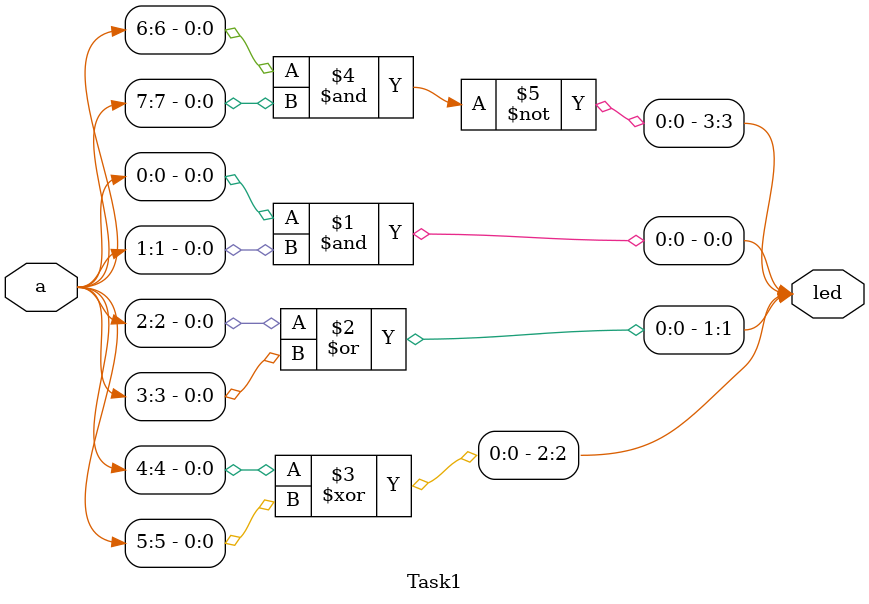
<source format=v>
module Task1(
	input [7:0] a,
	output [3:0] led
);
	
	and(led[0],a[0],a[1]);
	or(led[1],a[2],a[3]);
	xor(led[2],a[4],a[5]);
	nand(led[3],a[6],a[7]);
endmodule
</source>
